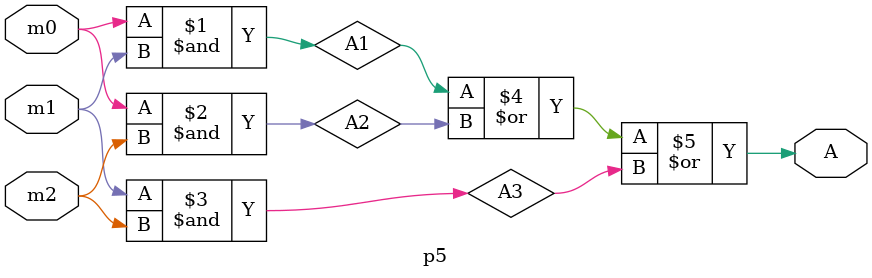
<source format=v>
module p5(A,m2,m1,m0);
output A;
input m2,m1,m0;

and aA1(A1,m0,m1);
and aA2(A2,m0,m2);
and aA3(A3,m1,m2);
or oA(A,A1,A2,A3);

endmodule 
</source>
